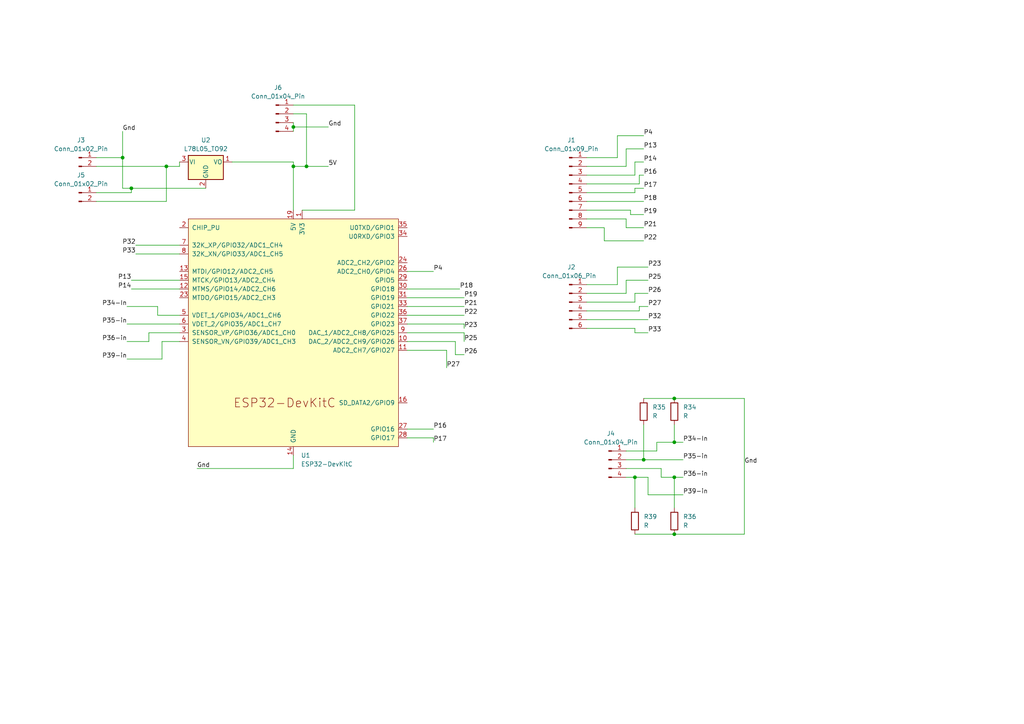
<source format=kicad_sch>
(kicad_sch (version 20230121) (generator eeschema)
  (paper "A4")
  (lib_symbols
    (symbol "Connector:Conn_01x02_Pin" (pin_names (offset 1.016) hide)
      (property "Reference" "J" (at 0 2.54 0))
      (property "Value" "Conn_01x02_Pin" (at 0 -5.08 0))
      (symbol "Conn_01x02_Pin_1_1"
        (polyline (pts (xy 1.27 -2.54) (xy 0.8636 -2.54)) (stroke (width 0.1524)))
        (polyline (pts (xy 1.27 0) (xy 0.8636 0)) (stroke (width 0.1524)))
        (rectangle (start 0.8636 -2.413) (end 0 -2.667) (stroke (width 0.1524)) (fill (type outline)))
        (rectangle (start 0.8636 0.127) (end 0 -0.127) (stroke (width 0.1524)) (fill (type outline)))
        (pin passive line (at 5.08 0 180) (length 3.81) (name "Pin_1") (number "1"))
        (pin passive line (at 5.08 -2.54 180) (length 3.81) (name "Pin_2") (number "2"))
      )
    )
    (symbol "Connector:Conn_01x04_Pin" (pin_names (offset 1.016) hide)
      (property "Reference" "J" (at 0 5.08 0))
      (property "Value" "Conn_01x04_Pin" (at 0 -7.62 0))
      (symbol "Conn_01x04_Pin_1_1"
        (polyline (pts (xy 1.27 -5.08) (xy 0.8636 -5.08)) (stroke (width 0.1524)))
        (polyline (pts (xy 1.27 -2.54) (xy 0.8636 -2.54)) (stroke (width 0.1524)))
        (polyline (pts (xy 1.27 0) (xy 0.8636 0)) (stroke (width 0.1524)))
        (polyline (pts (xy 1.27 2.54) (xy 0.8636 2.54)) (stroke (width 0.1524)))
        (rectangle (start 0.8636 -4.953) (end 0 -5.207) (stroke (width 0.1524)) (fill (type outline)))
        (rectangle (start 0.8636 -2.413) (end 0 -2.667) (stroke (width 0.1524)) (fill (type outline)))
        (rectangle (start 0.8636 0.127) (end 0 -0.127) (stroke (width 0.1524)) (fill (type outline)))
        (rectangle (start 0.8636 2.667) (end 0 2.413) (stroke (width 0.1524)) (fill (type outline)))
        (pin passive line (at 5.08 2.54 180) (length 3.81) (name "Pin_1") (number "1"))
        (pin passive line (at 5.08 0 180) (length 3.81) (name "Pin_2") (number "2"))
        (pin passive line (at 5.08 -2.54 180) (length 3.81) (name "Pin_3") (number "3"))
        (pin passive line (at 5.08 -5.08 180) (length 3.81) (name "Pin_4") (number "4"))
      )
    )
    (symbol "Connector:Conn_01x06_Pin" (pin_names (offset 1.016) hide)
      (property "Reference" "J" (at 0 7.62 0))
      (property "Value" "Conn_01x06_Pin" (at 0 -10.16 0))
      (symbol "Conn_01x06_Pin_1_1"
        (polyline (pts (xy 1.27 -7.62) (xy 0.8636 -7.62)) (stroke (width 0.1524)))
        (polyline (pts (xy 1.27 -5.08) (xy 0.8636 -5.08)) (stroke (width 0.1524)))
        (polyline (pts (xy 1.27 -2.54) (xy 0.8636 -2.54)) (stroke (width 0.1524)))
        (polyline (pts (xy 1.27 0) (xy 0.8636 0)) (stroke (width 0.1524)))
        (polyline (pts (xy 1.27 2.54) (xy 0.8636 2.54)) (stroke (width 0.1524)))
        (polyline (pts (xy 1.27 5.08) (xy 0.8636 5.08)) (stroke (width 0.1524)))
        (rectangle (start 0.8636 -7.493) (end 0 -7.747) (stroke (width 0.1524)) (fill (type outline)))
        (rectangle (start 0.8636 -4.953) (end 0 -5.207) (stroke (width 0.1524)) (fill (type outline)))
        (rectangle (start 0.8636 -2.413) (end 0 -2.667) (stroke (width 0.1524)) (fill (type outline)))
        (rectangle (start 0.8636 0.127) (end 0 -0.127) (stroke (width 0.1524)) (fill (type outline)))
        (rectangle (start 0.8636 2.667) (end 0 2.413) (stroke (width 0.1524)) (fill (type outline)))
        (rectangle (start 0.8636 5.207) (end 0 4.953) (stroke (width 0.1524)) (fill (type outline)))
        (pin passive line (at 5.08 5.08 180) (length 3.81) (name "Pin_1") (number "1"))
        (pin passive line (at 5.08 2.54 180) (length 3.81) (name "Pin_2") (number "2"))
        (pin passive line (at 5.08 0 180) (length 3.81) (name "Pin_3") (number "3"))
        (pin passive line (at 5.08 -2.54 180) (length 3.81) (name "Pin_4") (number "4"))
        (pin passive line (at 5.08 -5.08 180) (length 3.81) (name "Pin_5") (number "5"))
        (pin passive line (at 5.08 -7.62 180) (length 3.81) (name "Pin_6") (number "6"))
      )
    )
    (symbol "Connector:Conn_01x09_Pin" (pin_names (offset 1.016) hide)
      (property "Reference" "J" (at 0 12.7 0))
      (property "Value" "Conn_01x09_Pin" (at 0 -12.7 0))
      (symbol "Conn_01x09_Pin_1_1"
        (polyline (pts (xy 1.27 -10.16) (xy 0.8636 -10.16)) (stroke (width 0.1524)))
        (polyline (pts (xy 1.27 -7.62) (xy 0.8636 -7.62)) (stroke (width 0.1524)))
        (polyline (pts (xy 1.27 -5.08) (xy 0.8636 -5.08)) (stroke (width 0.1524)))
        (polyline (pts (xy 1.27 -2.54) (xy 0.8636 -2.54)) (stroke (width 0.1524)))
        (polyline (pts (xy 1.27 0) (xy 0.8636 0)) (stroke (width 0.1524)))
        (polyline (pts (xy 1.27 2.54) (xy 0.8636 2.54)) (stroke (width 0.1524)))
        (polyline (pts (xy 1.27 5.08) (xy 0.8636 5.08)) (stroke (width 0.1524)))
        (polyline (pts (xy 1.27 7.62) (xy 0.8636 7.62)) (stroke (width 0.1524)))
        (polyline (pts (xy 1.27 10.16) (xy 0.8636 10.16)) (stroke (width 0.1524)))
        (rectangle (start 0.8636 -10.033) (end 0 -10.287) (stroke (width 0.1524)) (fill (type outline)))
        (rectangle (start 0.8636 -7.493) (end 0 -7.747) (stroke (width 0.1524)) (fill (type outline)))
        (rectangle (start 0.8636 -4.953) (end 0 -5.207) (stroke (width 0.1524)) (fill (type outline)))
        (rectangle (start 0.8636 -2.413) (end 0 -2.667) (stroke (width 0.1524)) (fill (type outline)))
        (rectangle (start 0.8636 0.127) (end 0 -0.127) (stroke (width 0.1524)) (fill (type outline)))
        (rectangle (start 0.8636 2.667) (end 0 2.413) (stroke (width 0.1524)) (fill (type outline)))
        (rectangle (start 0.8636 5.207) (end 0 4.953) (stroke (width 0.1524)) (fill (type outline)))
        (rectangle (start 0.8636 7.747) (end 0 7.493) (stroke (width 0.1524)) (fill (type outline)))
        (rectangle (start 0.8636 10.287) (end 0 10.033) (stroke (width 0.1524)) (fill (type outline)))
        (pin passive line (at 5.08 10.16 180) (length 3.81) (name "Pin_1") (number "1"))
        (pin passive line (at 5.08 7.62 180) (length 3.81) (name "Pin_2") (number "2"))
        (pin passive line (at 5.08 5.08 180) (length 3.81) (name "Pin_3") (number "3"))
        (pin passive line (at 5.08 2.54 180) (length 3.81) (name "Pin_4") (number "4"))
        (pin passive line (at 5.08 0 180) (length 3.81) (name "Pin_5") (number "5"))
        (pin passive line (at 5.08 -2.54 180) (length 3.81) (name "Pin_6") (number "6"))
        (pin passive line (at 5.08 -5.08 180) (length 3.81) (name "Pin_7") (number "7"))
        (pin passive line (at 5.08 -7.62 180) (length 3.81) (name "Pin_8") (number "8"))
        (pin passive line (at 5.08 -10.16 180) (length 3.81) (name "Pin_9") (number "9"))
      )
    )
    (symbol "Device:R" (pin_numbers hide) (pin_names (offset 0))
      (property "Reference" "R" (at 2.032 0 90))
      (property "Value" "R" (at 0 0 90))
      (symbol "R_0_1"
        (rectangle (start -1.016 -2.54) (end 1.016 2.54) (stroke (width 0.254)))
      )
      (symbol "R_1_1"
        (pin passive line (at 0 3.81 270) (length 1.27) (name "~") (number "1"))
        (pin passive line (at 0 -3.81 90) (length 1.27) (name "~") (number "2"))
      )
    )
    (symbol "PCM_Espressif:ESP32-DevKitC_30pin" (pin_names (offset 1.016))
      (property "Reference" "U" (at -30.48 38.1 0))
      (property "Value" "ESP32-DevKitC" (at -30.48 35.56 0))
      (symbol "ESP32-DevKitC_30pin_0_0"
        (text "ESP32-DevKitC" (at -2.54 -20.32 0) (effects (font (size 2.54 2.54))))
        (pin power_in line (at 0 -35.56 90) (length 2.54) (name "GND") (number "14"))
        (pin power_in line (at 0 35.56 270) (length 2.54) (name "5V") (number "19"))
      )
      (symbol "ESP32-DevKitC_30pin_0_1"
        (rectangle (start -30.48 33.02) (end 30.48 -33.02) (fill (type background)))
      )
      (symbol "ESP32-DevKitC_30pin_1_1"
        (pin power_in line (at 2.54 35.56 270) (length 2.54) (name "3V3") (number "1"))
        (pin bidirectional line (at 33.02 -2.54 180) (length 2.54) (name "DAC_2/ADC2_CH9/GPIO26") (number "10"))
        (pin bidirectional line (at 33.02 -5.08 180) (length 2.54) (name "ADC2_CH7/GPIO27") (number "11"))
        (pin bidirectional line (at -33.02 12.7 0) (length 2.54) (name "MTMS/GPIO14/ADC2_CH6") (number "12"))
        (pin bidirectional line (at -33.02 17.78 0) (length 2.54) (name "MTDI/GPIO12/ADC2_CH5") (number "13"))
        (pin bidirectional line (at -33.02 15.24 0) (length 2.54) (name "MTCK/GPIO13/ADC2_CH4") (number "15"))
        (pin bidirectional line (at 33.02 -20.32 180) (length 2.54) (name "SD_DATA2/GPIO9") (number "16"))
        (pin input line (at -33.02 30.48 0) (length 2.54) (name "CHIP_PU") (number "2"))
        (pin bidirectional line (at -33.02 10.16 0) (length 2.54) (name "MTDO/GPIO15/ADC2_CH3") (number "23"))
        (pin bidirectional line (at 33.02 20.32 180) (length 2.54) (name "ADC2_CH2/GPIO2") (number "24"))
        (pin bidirectional line (at 33.02 17.78 180) (length 2.54) (name "ADC2_CH0/GPIO4") (number "26"))
        (pin bidirectional line (at 33.02 -27.94 180) (length 2.54) (name "GPIO16") (number "27"))
        (pin bidirectional line (at 33.02 -30.48 180) (length 2.54) (name "GPIO17") (number "28"))
        (pin bidirectional line (at 33.02 15.24 180) (length 2.54) (name "GPIO5") (number "29"))
        (pin input line (at -33.02 0 0) (length 2.54) (name "SENSOR_VP/GPIO36/ADC1_CH0") (number "3"))
        (pin bidirectional line (at 33.02 12.7 180) (length 2.54) (name "GPIO18") (number "30"))
        (pin bidirectional line (at 33.02 10.16 180) (length 2.54) (name "GPIO19") (number "31"))
        (pin passive line (at 0 -35.56 90) (length 2.54) hide (name "GND") (number "32"))
        (pin bidirectional line (at 33.02 7.62 180) (length 2.54) (name "GPIO21") (number "33"))
        (pin bidirectional line (at 33.02 27.94 180) (length 2.54) (name "U0RXD/GPIO3") (number "34"))
        (pin bidirectional line (at 33.02 30.48 180) (length 2.54) (name "U0TXD/GPIO1") (number "35"))
        (pin bidirectional line (at 33.02 5.08 180) (length 2.54) (name "GPIO22") (number "36"))
        (pin bidirectional line (at 33.02 2.54 180) (length 2.54) (name "GPIO23") (number "37"))
        (pin passive line (at 0 -35.56 90) (length 2.54) hide (name "GND") (number "38"))
        (pin input line (at -33.02 -2.54 0) (length 2.54) (name "SENSOR_VN/GPIO39/ADC1_CH3") (number "4"))
        (pin input line (at -33.02 5.08 0) (length 2.54) (name "VDET_1/GPIO34/ADC1_CH6") (number "5"))
        (pin input line (at -33.02 2.54 0) (length 2.54) (name "VDET_2/GPIO35/ADC1_CH7") (number "6"))
        (pin bidirectional line (at -33.02 25.4 0) (length 2.54) (name "32K_XP/GPIO32/ADC1_CH4") (number "7"))
        (pin bidirectional line (at -33.02 22.86 0) (length 2.54) (name "32K_XN/GPIO33/ADC1_CH5") (number "8"))
        (pin bidirectional line (at 33.02 0 180) (length 2.54) (name "DAC_1/ADC2_CH8/GPIO25") (number "9"))
      )
    )
    (symbol "Regulator_Linear:L78L05_TO92" (pin_names (offset 0.254))
      (property "Reference" "U" (at -3.81 3.175 0))
      (property "Value" "L78L05_TO92" (at 0 3.175 0))
      (symbol "L78L05_TO92_0_1"
        (rectangle (start -5.08 -5.08) (end 5.08 1.905) (stroke (width 0.254)) (fill (type background)))
      )
      (symbol "L78L05_TO92_1_1"
        (pin power_out line (at 7.62 0 180) (length 2.54) (name "VO") (number "1"))
        (pin power_in line (at 0 -7.62 90) (length 2.54) (name "GND") (number "2"))
        (pin power_in line (at -7.62 0 0) (length 2.54) (name "VI") (number "3"))
      )
    )
  )
  (junction (at 85.09 36.83))
  (junction (at 195.58 154.94))
  (junction (at 88.9 48.26))
  (junction (at 195.58 115.57))
  (junction (at 195.58 138.43))
  (junction (at 186.69 133.35))
  (junction (at 85.09 48.26))
  (junction (at 195.58 128.27))
  (junction (at 48.26 48.26))
  (junction (at 35.56 45.72))
  (junction (at 184.15 138.43))
  (junction (at 38.1 54.61))
  (wire (pts (xy 170.18 87.63) (xy 184.15 87.63)))
  (wire (pts (xy 88.9 48.26) (xy 95.25 48.26)))
  (wire (pts (xy 38.1 54.61) (xy 35.56 54.61)))
  (wire (pts (xy 184.15 87.63) (xy 184.15 85.09)))
  (wire (pts (xy 170.18 50.8) (xy 184.15 50.8)))
  (wire (pts (xy 48.26 58.42) (xy 48.26 48.26)))
  (wire (pts (xy 85.09 48.26) (xy 88.9 48.26)))
  (wire (pts (xy 184.15 95.25) (xy 184.15 96.52)))
  (wire (pts (xy 38.1 81.28) (xy 52.07 81.28)))
  (wire (pts (xy 185.42 53.34) (xy 170.18 53.34)))
  (wire (pts (xy 182.88 62.23) (xy 186.69 62.23)))
  (wire (pts (xy 36.83 99.06) (xy 43.18 99.06)))
  (wire (pts (xy 125.73 127) (xy 125.73 128.27)))
  (wire (pts (xy 132.08 99.06) (xy 132.08 102.87)))
  (wire (pts (xy 186.69 115.57) (xy 195.58 115.57)))
  (wire (pts (xy 195.58 128.27) (xy 198.12 128.27)))
  (wire (pts (xy 181.61 48.26) (xy 181.61 43.18)))
  (wire (pts (xy 179.07 45.72) (xy 179.07 39.37)))
  (wire (pts (xy 184.15 85.09) (xy 187.96 85.09)))
  (wire (pts (xy 38.1 55.88) (xy 38.1 54.61)))
  (wire (pts (xy 36.83 93.98) (xy 52.07 93.98)))
  (wire (pts (xy 195.58 115.57) (xy 215.9 115.57)))
  (wire (pts (xy 36.83 88.9) (xy 45.72 88.9)))
  (wire (pts (xy 118.11 91.44) (xy 134.62 91.44)))
  (wire (pts (xy 186.69 50.8) (xy 185.42 50.8)))
  (wire (pts (xy 45.72 88.9) (xy 45.72 91.44)))
  (wire (pts (xy 27.94 55.88) (xy 38.1 55.88)))
  (wire (pts (xy 184.15 138.43) (xy 184.15 147.32)))
  (wire (pts (xy 134.62 93.98) (xy 134.62 95.25)))
  (wire (pts (xy 184.15 138.43) (xy 187.96 138.43)))
  (wire (pts (xy 27.94 45.72) (xy 35.56 45.72)))
  (wire (pts (xy 186.69 133.35) (xy 198.12 133.35)))
  (wire (pts (xy 46.99 104.14) (xy 46.99 99.06)))
  (wire (pts (xy 184.15 54.61) (xy 186.69 54.61)))
  (wire (pts (xy 35.56 54.61) (xy 35.56 45.72)))
  (wire (pts (xy 185.42 50.8) (xy 185.42 53.34)))
  (wire (pts (xy 170.18 66.04) (xy 175.26 66.04)))
  (wire (pts (xy 118.11 124.46) (xy 125.73 124.46)))
  (wire (pts (xy 170.18 55.88) (xy 184.15 55.88)))
  (wire (pts (xy 195.58 123.19) (xy 195.58 128.27)))
  (wire (pts (xy 45.72 91.44) (xy 52.07 91.44)))
  (wire (pts (xy 170.18 85.09) (xy 181.61 85.09)))
  (wire (pts (xy 35.56 45.72) (xy 35.56 38.1)))
  (wire (pts (xy 181.61 133.35) (xy 186.69 133.35)))
  (wire (pts (xy 184.15 55.88) (xy 184.15 54.61)))
  (wire (pts (xy 187.96 138.43) (xy 187.96 143.51)))
  (wire (pts (xy 85.09 33.02) (xy 88.9 33.02)))
  (wire (pts (xy 182.88 60.96) (xy 182.88 62.23)))
  (wire (pts (xy 181.61 138.43) (xy 184.15 138.43)))
  (wire (pts (xy 195.58 138.43) (xy 195.58 147.32)))
  (wire (pts (xy 179.07 77.47) (xy 187.96 77.47)))
  (wire (pts (xy 85.09 48.26) (xy 85.09 60.96)))
  (wire (pts (xy 102.87 30.48) (xy 85.09 30.48)))
  (wire (pts (xy 184.15 46.99) (xy 186.69 46.99)))
  (wire (pts (xy 85.09 35.56) (xy 85.09 36.83)))
  (wire (pts (xy 59.69 54.61) (xy 38.1 54.61)))
  (wire (pts (xy 215.9 115.57) (xy 215.9 154.94)))
  (wire (pts (xy 181.61 130.81) (xy 190.5 130.81)))
  (wire (pts (xy 129.54 101.6) (xy 129.54 106.68)))
  (wire (pts (xy 46.99 99.06) (xy 52.07 99.06)))
  (wire (pts (xy 118.11 88.9) (xy 134.62 88.9)))
  (wire (pts (xy 181.61 66.04) (xy 186.69 66.04)))
  (wire (pts (xy 181.61 43.18) (xy 186.69 43.18)))
  (wire (pts (xy 27.94 58.42) (xy 48.26 58.42)))
  (wire (pts (xy 170.18 95.25) (xy 184.15 95.25)))
  (wire (pts (xy 27.94 48.26) (xy 48.26 48.26)))
  (wire (pts (xy 85.09 36.83) (xy 95.25 36.83)))
  (wire (pts (xy 186.69 123.19) (xy 186.69 133.35)))
  (wire (pts (xy 185.42 90.17) (xy 185.42 88.9)))
  (wire (pts (xy 118.11 86.36) (xy 134.62 86.36)))
  (wire (pts (xy 170.18 90.17) (xy 185.42 90.17)))
  (wire (pts (xy 118.11 83.82) (xy 133.35 83.82)))
  (wire (pts (xy 87.63 60.96) (xy 102.87 60.96)))
  (wire (pts (xy 88.9 33.02) (xy 88.9 48.26)))
  (wire (pts (xy 52.07 48.26) (xy 52.07 46.99)))
  (wire (pts (xy 36.83 104.14) (xy 46.99 104.14)))
  (wire (pts (xy 179.07 39.37) (xy 186.69 39.37)))
  (wire (pts (xy 170.18 63.5) (xy 181.61 63.5)))
  (wire (pts (xy 118.11 78.74) (xy 125.73 78.74)))
  (wire (pts (xy 181.61 85.09) (xy 181.61 81.28)))
  (wire (pts (xy 191.77 138.43) (xy 195.58 138.43)))
  (wire (pts (xy 190.5 128.27) (xy 195.58 128.27)))
  (wire (pts (xy 85.09 135.89) (xy 85.09 132.08)))
  (wire (pts (xy 187.96 143.51) (xy 198.12 143.51)))
  (wire (pts (xy 85.09 46.99) (xy 85.09 48.26)))
  (wire (pts (xy 134.62 96.52) (xy 134.62 99.06)))
  (wire (pts (xy 67.31 46.99) (xy 85.09 46.99)))
  (wire (pts (xy 175.26 66.04) (xy 175.26 69.85)))
  (wire (pts (xy 181.61 81.28) (xy 187.96 81.28)))
  (wire (pts (xy 118.11 99.06) (xy 132.08 99.06)))
  (wire (pts (xy 181.61 135.89) (xy 191.77 135.89)))
  (wire (pts (xy 215.9 154.94) (xy 195.58 154.94)))
  (wire (pts (xy 118.11 96.52) (xy 134.62 96.52)))
  (wire (pts (xy 43.18 99.06) (xy 43.18 96.52)))
  (wire (pts (xy 39.37 71.12) (xy 52.07 71.12)))
  (wire (pts (xy 102.87 60.96) (xy 102.87 30.48)))
  (wire (pts (xy 175.26 69.85) (xy 186.69 69.85)))
  (wire (pts (xy 191.77 135.89) (xy 191.77 138.43)))
  (wire (pts (xy 185.42 88.9) (xy 187.96 88.9)))
  (wire (pts (xy 57.15 135.89) (xy 85.09 135.89)))
  (wire (pts (xy 118.11 101.6) (xy 129.54 101.6)))
  (wire (pts (xy 170.18 45.72) (xy 179.07 45.72)))
  (wire (pts (xy 170.18 92.71) (xy 187.96 92.71)))
  (wire (pts (xy 170.18 48.26) (xy 181.61 48.26)))
  (wire (pts (xy 118.11 127) (xy 125.73 127)))
  (wire (pts (xy 132.08 102.87) (xy 134.62 102.87)))
  (wire (pts (xy 179.07 82.55) (xy 179.07 77.47)))
  (wire (pts (xy 48.26 48.26) (xy 52.07 48.26)))
  (wire (pts (xy 39.37 73.66) (xy 52.07 73.66)))
  (wire (pts (xy 184.15 96.52) (xy 187.96 96.52)))
  (wire (pts (xy 170.18 60.96) (xy 182.88 60.96)))
  (wire (pts (xy 85.09 36.83) (xy 85.09 38.1)))
  (wire (pts (xy 170.18 82.55) (xy 179.07 82.55)))
  (wire (pts (xy 170.18 58.42) (xy 186.69 58.42)))
  (wire (pts (xy 195.58 138.43) (xy 198.12 138.43)))
  (wire (pts (xy 181.61 63.5) (xy 181.61 66.04)))
  (wire (pts (xy 43.18 96.52) (xy 52.07 96.52)))
  (wire (pts (xy 118.11 93.98) (xy 134.62 93.98)))
  (wire (pts (xy 184.15 154.94) (xy 195.58 154.94)))
  (wire (pts (xy 184.15 50.8) (xy 184.15 46.99)))
  (wire (pts (xy 38.1 83.82) (xy 52.07 83.82)))
  (wire (pts (xy 190.5 130.81) (xy 190.5 128.27)))
  (label "Gnd" (at 215.9 134.62 0))
  (label "P34-In" (at 36.83 88.9 180))
  (label "P21" (at 186.69 66.04 0))
  (label "P35-in" (at 36.83 93.98 180))
  (label "P25" (at 187.96 81.28 0))
  (label "P22" (at 134.62 91.44 0))
  (label "P14" (at 38.1 83.82 180))
  (label "P13" (at 38.1 81.28 180))
  (label "P35-in" (at 198.12 133.35 0))
  (label "P26" (at 134.62 102.87 0))
  (label "P23" (at 187.96 77.47 0))
  (label "P34-In" (at 198.12 128.27 0))
  (label "Gnd" (at 57.15 135.89 0))
  (label "P4" (at 186.69 39.37 0))
  (label "P4" (at 125.73 78.74 0))
  (label "P27" (at 129.54 106.68 0))
  (label "P39-in" (at 36.83 104.14 180))
  (label "P32" (at 187.96 92.71 0))
  (label "P22" (at 186.69 69.85 0))
  (label "P25" (at 134.62 99.06 0))
  (label "Gnd" (at 35.56 38.1 0))
  (label "P19" (at 134.62 86.36 0))
  (label "P21" (at 134.62 88.9 0))
  (label "P13" (at 186.69 43.18 0))
  (label "P33" (at 187.96 96.52 0))
  (label "P27" (at 187.96 88.9 0))
  (label "P39-in" (at 198.12 143.51 0))
  (label "P18" (at 133.35 83.82 0))
  (label "P26" (at 187.96 85.09 0))
  (label "P19" (at 186.69 62.23 0))
  (label "P23" (at 134.62 95.25 0))
  (label "P33" (at 39.37 73.66 180))
  (label "P17" (at 125.73 128.27 0))
  (label "P16" (at 125.73 124.46 0))
  (label "P36-in" (at 36.83 99.06 180))
  (label "P18" (at 186.69 58.42 0))
  (label "P17" (at 186.69 54.61 0))
  (label "Gnd" (at 95.25 36.83 0))
  (label "P32" (at 39.37 71.12 180))
  (label "P36-in" (at 198.12 138.43 0))
  (label "P16" (at 186.69 50.8 0))
  (label "5V" (at 95.25 48.26 0))
  (label "P14" (at 186.69 46.99 0))
  (symbol (lib_id "PCM_Espressif:ESP32-DevKitC_30pin") (at 85.09 96.52 0) (unit 1)
    (property "Reference" "U1" (at 87.2841 132.08 0) (effects (justify left)))
    (property "Value" "ESP32-DevKitC" (at 87.2841 134.62 0) (effects (justify left)))
    (property "Footprint" "PCM_Espressif:ESP32-DevKitC_30Pin" (effects hide))
    (property "Datasheet" "https://docs.espressif.com/projects/esp-idf/zh_CN/latest/esp32/hw-reference/esp32/get-started-devkitc.html" (effects hide))
  )
  (symbol (lib_id "Connector:Conn_01x06_Pin") (at 165.1 87.63 0) (unit 1)
    (property "Reference" "J2" (at 165.735 77.47 0))
    (property "Value" "Conn_01x06_Pin" (at 165.1 80.01 0))
    (property "Footprint" "Connector_PinHeader_2.54mm:PinHeader_1x06_P2.54mm_Vertical" (effects hide))
  )
  (symbol (lib_id "Connector:Conn_01x02_Pin") (at 22.86 45.72 0) (unit 1)
    (property "Reference" "J3" (at 23.495 40.64 0))
    (property "Value" "Conn_01x02_Pin" (at 23.495 43.18 0))
    (property "Footprint" "Connector_PinHeader_2.54mm:PinHeader_1x02_P2.54mm_Vertical" (effects hide))
  )
  (symbol (lib_id "Device:R") (at 195.58 119.38 0) (unit 1)
    (property "Reference" "R34" (at 198.12 118.11 0) (effects (justify left)))
    (property "Value" "R" (at 198.12 120.65 0) (effects (justify left)))
    (property "Footprint" "Resistor_THT:R_Axial_DIN0207_L6.3mm_D2.5mm_P10.16mm_Horizontal" (effects hide))
  )
  (symbol (lib_id "Connector:Conn_01x04_Pin") (at 176.53 133.35 0) (unit 1)
    (property "Reference" "J4" (at 177.165 125.73 0))
    (property "Value" "Conn_01x04_Pin" (at 177.165 128.27 0))
    (property "Footprint" "Connector_PinHeader_2.54mm:PinHeader_1x04_P2.54mm_Vertical" (effects hide))
  )
  (symbol (lib_id "Device:R") (at 195.58 151.13 0) (unit 1)
    (property "Reference" "R36" (at 198.12 149.86 0) (effects (justify left)))
    (property "Value" "R" (at 198.12 152.4 0) (effects (justify left)))
    (property "Footprint" "Resistor_THT:R_Axial_DIN0207_L6.3mm_D2.5mm_P10.16mm_Horizontal" (effects hide))
  )
  (symbol (lib_id "Connector:Conn_01x02_Pin") (at 22.86 55.88 0) (unit 1)
    (property "Reference" "J5" (at 23.495 50.8 0))
    (property "Value" "Conn_01x02_Pin" (at 23.495 53.34 0))
    (property "Footprint" "Connector_PinHeader_2.54mm:PinHeader_1x02_P2.54mm_Vertical" (effects hide))
  )
  (symbol (lib_id "Device:R") (at 186.69 119.38 0) (unit 1)
    (property "Reference" "R35" (at 189.23 118.11 0) (effects (justify left)))
    (property "Value" "R" (at 189.23 120.65 0) (effects (justify left)))
    (property "Footprint" "Resistor_THT:R_Axial_DIN0207_L6.3mm_D2.5mm_P10.16mm_Horizontal" (effects hide))
  )
  (symbol (lib_id "Connector:Conn_01x04_Pin") (at 80.01 33.02 0) (unit 1)
    (property "Reference" "J6" (at 80.645 25.4 0))
    (property "Value" "Conn_01x04_Pin" (at 80.645 27.94 0))
    (property "Footprint" "Connector_PinHeader_2.54mm:PinHeader_1x04_P2.54mm_Vertical" (effects hide))
  )
  (symbol (lib_id "Device:R") (at 184.15 151.13 0) (unit 1)
    (property "Reference" "R39" (at 186.69 149.86 0) (effects (justify left)))
    (property "Value" "R" (at 186.69 152.4 0) (effects (justify left)))
    (property "Footprint" "Resistor_THT:R_Axial_DIN0207_L6.3mm_D2.5mm_P10.16mm_Horizontal" (effects hide))
  )
  (symbol (lib_id "Connector:Conn_01x09_Pin") (at 165.1 55.88 0) (unit 1)
    (property "Reference" "J1" (at 165.735 40.64 0))
    (property "Value" "Conn_01x09_Pin" (at 165.735 43.18 0))
    (property "Footprint" "Connector_PinHeader_2.54mm:PinHeader_1x09_P2.54mm_Vertical" (effects hide))
  )
  (symbol (lib_id "Regulator_Linear:L78L05_TO92") (at 59.69 46.99 0) (unit 1)
    (property "Reference" "U2" (at 59.69 40.64 0))
    (property "Value" "L78L05_TO92" (at 59.69 43.18 0))
    (property "Footprint" "Package_TO_SOT_THT:TO-220-3_Vertical" (effects hide))
    (property "Datasheet" "http://www.st.com/content/ccc/resource/technical/document/datasheet/15/55/e5/aa/23/5b/43/fd/CD00000446.pdf/files/CD00000446.pdf/jcr:content/translations/en.CD00000446.pdf" (effects hide))
  )
)
</source>
